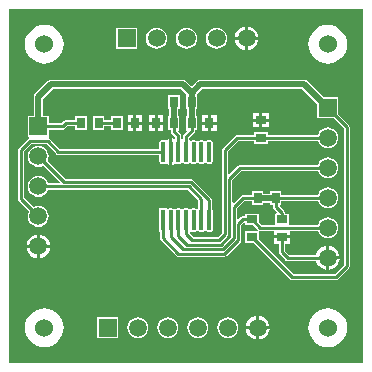
<source format=gtl>
G04*
G04 #@! TF.GenerationSoftware,Altium Limited,Altium Designer,18.0.7 (293)*
G04*
G04 Layer_Physical_Order=1*
G04 Layer_Color=255*
%FSLAX25Y25*%
%MOIN*%
G70*
G01*
G75*
%ADD11C,0.01000*%
%ADD15R,0.02756X0.03543*%
%ADD16R,0.03543X0.02756*%
%ADD17R,0.01575X0.07087*%
%ADD18O,0.01575X0.07087*%
%ADD28C,0.02000*%
%ADD29C,0.06000*%
%ADD30R,0.05906X0.05906*%
%ADD31C,0.05906*%
%ADD32R,0.05906X0.05906*%
%ADD33C,0.02400*%
G36*
X118110D02*
X0D01*
Y118110D01*
X118110D01*
Y0D01*
D02*
G37*
%LPC*%
G36*
X79713Y112189D02*
Y108768D01*
X83134D01*
X83064Y109300D01*
X82665Y110261D01*
X82032Y111087D01*
X81206Y111720D01*
X80244Y112119D01*
X79713Y112189D01*
D02*
G37*
G36*
X78713D02*
X78181Y112119D01*
X77219Y111720D01*
X76394Y111087D01*
X75760Y110261D01*
X75362Y109300D01*
X75292Y108768D01*
X78713D01*
Y112189D01*
D02*
G37*
G36*
X42665Y111721D02*
X35760D01*
Y104815D01*
X42665D01*
Y111721D01*
D02*
G37*
G36*
X69213Y111750D02*
X68311Y111632D01*
X67471Y111284D01*
X66750Y110730D01*
X66197Y110009D01*
X65849Y109169D01*
X65730Y108268D01*
X65849Y107366D01*
X66197Y106526D01*
X66750Y105805D01*
X67471Y105252D01*
X68311Y104904D01*
X69213Y104785D01*
X70114Y104904D01*
X70954Y105252D01*
X71675Y105805D01*
X72229Y106526D01*
X72576Y107366D01*
X72695Y108268D01*
X72576Y109169D01*
X72229Y110009D01*
X71675Y110730D01*
X70954Y111284D01*
X70114Y111632D01*
X69213Y111750D01*
D02*
G37*
G36*
X59213D02*
X58311Y111632D01*
X57471Y111284D01*
X56750Y110730D01*
X56197Y110009D01*
X55849Y109169D01*
X55730Y108268D01*
X55849Y107366D01*
X56197Y106526D01*
X56750Y105805D01*
X57471Y105252D01*
X58311Y104904D01*
X59213Y104785D01*
X60114Y104904D01*
X60954Y105252D01*
X61675Y105805D01*
X62229Y106526D01*
X62577Y107366D01*
X62695Y108268D01*
X62577Y109169D01*
X62229Y110009D01*
X61675Y110730D01*
X60954Y111284D01*
X60114Y111632D01*
X59213Y111750D01*
D02*
G37*
G36*
X49213D02*
X48311Y111632D01*
X47471Y111284D01*
X46750Y110730D01*
X46197Y110009D01*
X45849Y109169D01*
X45730Y108268D01*
X45849Y107366D01*
X46197Y106526D01*
X46750Y105805D01*
X47471Y105252D01*
X48311Y104904D01*
X49213Y104785D01*
X50114Y104904D01*
X50954Y105252D01*
X51675Y105805D01*
X52229Y106526D01*
X52577Y107366D01*
X52695Y108268D01*
X52577Y109169D01*
X52229Y110009D01*
X51675Y110730D01*
X50954Y111284D01*
X50114Y111632D01*
X49213Y111750D01*
D02*
G37*
G36*
X83134Y107768D02*
X79713D01*
Y104347D01*
X80244Y104417D01*
X81206Y104815D01*
X82032Y105449D01*
X82665Y106274D01*
X83064Y107236D01*
X83134Y107768D01*
D02*
G37*
G36*
X78713D02*
X75292D01*
X75362Y107236D01*
X75760Y106274D01*
X76394Y105449D01*
X77219Y104815D01*
X78181Y104417D01*
X78713Y104347D01*
Y107768D01*
D02*
G37*
G36*
X106299Y112736D02*
X105043Y112612D01*
X103836Y112246D01*
X102723Y111651D01*
X101748Y110851D01*
X100947Y109875D01*
X100353Y108762D01*
X99986Y107555D01*
X99863Y106299D01*
X99986Y105043D01*
X100353Y103836D01*
X100947Y102723D01*
X101748Y101748D01*
X102723Y100947D01*
X103836Y100353D01*
X105043Y99986D01*
X106299Y99863D01*
X107555Y99986D01*
X108762Y100353D01*
X109875Y100947D01*
X110851Y101748D01*
X111651Y102723D01*
X112246Y103836D01*
X112612Y105043D01*
X112736Y106299D01*
X112612Y107555D01*
X112246Y108762D01*
X111651Y109875D01*
X110851Y110851D01*
X109875Y111651D01*
X108762Y112246D01*
X107555Y112612D01*
X106299Y112736D01*
D02*
G37*
G36*
X11811D02*
X10555Y112612D01*
X9348Y112246D01*
X8235Y111651D01*
X7260Y110851D01*
X6459Y109875D01*
X5864Y108762D01*
X5498Y107555D01*
X5375Y106299D01*
X5498Y105043D01*
X5864Y103836D01*
X6459Y102723D01*
X7260Y101748D01*
X8235Y100947D01*
X9348Y100353D01*
X10555Y99986D01*
X11811Y99863D01*
X13067Y99986D01*
X14274Y100353D01*
X15387Y100947D01*
X16362Y101748D01*
X17163Y102723D01*
X17758Y103836D01*
X18124Y105043D01*
X18248Y106299D01*
X18124Y107555D01*
X17758Y108762D01*
X17163Y109875D01*
X16362Y110851D01*
X15387Y111651D01*
X14274Y112246D01*
X13067Y112612D01*
X11811Y112736D01*
D02*
G37*
G36*
X86772Y83331D02*
X84500D01*
Y81453D01*
X86772D01*
Y83331D01*
D02*
G37*
G36*
X83500D02*
X81228D01*
Y81453D01*
X83500D01*
Y83331D01*
D02*
G37*
G36*
X51472Y82772D02*
X49595D01*
Y80500D01*
X51472D01*
Y82772D01*
D02*
G37*
G36*
X69236D02*
X67358D01*
Y80500D01*
X69236D01*
Y82772D01*
D02*
G37*
G36*
X66358D02*
X64480D01*
Y80500D01*
X66358D01*
Y82772D01*
D02*
G37*
G36*
X48594D02*
X46716D01*
Y80500D01*
X48594D01*
Y82772D01*
D02*
G37*
G36*
X44331Y82772D02*
X42453D01*
Y80500D01*
X44331D01*
Y82772D01*
D02*
G37*
G36*
X41453D02*
X39575D01*
Y80500D01*
X41453D01*
Y82772D01*
D02*
G37*
G36*
X86772Y80453D02*
X84500D01*
Y78575D01*
X86772D01*
Y80453D01*
D02*
G37*
G36*
X83500D02*
X81228D01*
Y78575D01*
X83500D01*
Y80453D01*
D02*
G37*
G36*
X31831Y82272D02*
X28075D01*
Y77728D01*
X31831D01*
Y78980D01*
X34169D01*
Y77728D01*
X37925D01*
Y82272D01*
X34169D01*
Y81020D01*
X31831D01*
Y82272D01*
D02*
G37*
G36*
X69236Y79500D02*
X67358D01*
Y77228D01*
X69236D01*
Y79500D01*
D02*
G37*
G36*
X66358D02*
X64480D01*
Y77228D01*
X66358D01*
Y79500D01*
D02*
G37*
G36*
X51472D02*
X49595D01*
Y77228D01*
X51472D01*
Y79500D01*
D02*
G37*
G36*
X48594D02*
X46716D01*
Y77228D01*
X48594D01*
Y79500D01*
D02*
G37*
G36*
X44331Y79500D02*
X42453D01*
Y77228D01*
X44331D01*
Y79500D01*
D02*
G37*
G36*
X41453D02*
X39575D01*
Y77228D01*
X41453D01*
Y79500D01*
D02*
G37*
G36*
X58000Y94529D02*
X14000D01*
X13415Y94413D01*
X12919Y94081D01*
X8761Y89924D01*
X8430Y89428D01*
X8313Y88842D01*
Y82350D01*
X6390D01*
Y75445D01*
X6575D01*
X6624Y74945D01*
X6610Y74942D01*
X6279Y74721D01*
X3279Y71721D01*
X3058Y71390D01*
X2980Y71000D01*
Y54740D01*
X3058Y54350D01*
X3279Y54019D01*
X6778Y50521D01*
X6479Y49799D01*
X6360Y48898D01*
X6479Y47996D01*
X6827Y47156D01*
X7380Y46435D01*
X8101Y45882D01*
X8941Y45534D01*
X9843Y45415D01*
X10744Y45534D01*
X11584Y45882D01*
X12305Y46435D01*
X12858Y47156D01*
X13206Y47996D01*
X13325Y48898D01*
X13206Y49799D01*
X12858Y50639D01*
X12305Y51360D01*
X11584Y51914D01*
X10744Y52262D01*
X9843Y52380D01*
X8941Y52262D01*
X8219Y51963D01*
X5020Y55163D01*
Y70578D01*
X7422Y72980D01*
X12578D01*
X15807Y69752D01*
X16137Y69530D01*
X16527Y69453D01*
X50065D01*
Y67716D01*
X50165Y67214D01*
X50450Y66788D01*
X50876Y66504D01*
X51378Y66404D01*
X51880Y66504D01*
X51960Y66557D01*
X52635Y66448D01*
X52648Y66428D01*
X53240Y66033D01*
X53437Y65994D01*
Y70473D01*
Y74951D01*
X53240Y74912D01*
X52648Y74517D01*
X52635Y74496D01*
X51960Y74388D01*
X51880Y74441D01*
X51378Y74541D01*
X50876Y74441D01*
X50450Y74156D01*
X50165Y73731D01*
X50065Y73228D01*
Y71492D01*
X16950D01*
X13721Y74721D01*
X13390Y74942D01*
X13321Y74956D01*
X13295Y75445D01*
X13295D01*
Y77878D01*
X17898D01*
X18288Y77956D01*
X18619Y78177D01*
X19422Y78980D01*
X22169D01*
Y77728D01*
X25925D01*
Y82272D01*
X22169D01*
Y81020D01*
X19000D01*
X18610Y80942D01*
X18279Y80721D01*
X17475Y79917D01*
X13295D01*
Y82350D01*
X11372D01*
Y88209D01*
X14634Y91471D01*
X57367D01*
X59068Y89769D01*
X59075Y89272D01*
X59075D01*
Y84728D01*
X59423D01*
Y82272D01*
X59075D01*
Y77728D01*
X59098D01*
X59289Y77266D01*
X58334Y76311D01*
X58113Y75981D01*
X58035Y75590D01*
Y74695D01*
X57776Y74545D01*
X57516Y74695D01*
Y75787D01*
X57438Y76178D01*
X57217Y76508D01*
X56497Y77228D01*
X56704Y77728D01*
X56878D01*
Y82272D01*
X56529D01*
Y84728D01*
X56925D01*
Y89272D01*
X53169D01*
Y84728D01*
X53471D01*
Y82272D01*
X53122D01*
Y77728D01*
X54028D01*
Y77236D01*
X54105Y76846D01*
X54326Y76515D01*
X55431Y75410D01*
X55386Y74902D01*
X54976Y74683D01*
X54634Y74912D01*
X54437Y74951D01*
Y70473D01*
Y65994D01*
X54634Y66033D01*
X55226Y66428D01*
X55239Y66448D01*
X55914Y66557D01*
X55994Y66504D01*
X56496Y66404D01*
X56998Y66504D01*
X57424Y66788D01*
X57475Y66864D01*
X58076D01*
X58127Y66788D01*
X58553Y66504D01*
X59055Y66404D01*
X59557Y66504D01*
X59983Y66788D01*
X60034Y66864D01*
X60635D01*
X60686Y66788D01*
X61112Y66504D01*
X61614Y66404D01*
X62116Y66504D01*
X62542Y66788D01*
X62593Y66864D01*
X63194D01*
X63245Y66788D01*
X63671Y66504D01*
X64173Y66404D01*
X64676Y66504D01*
X65101Y66788D01*
X65152Y66864D01*
X65753D01*
X65804Y66788D01*
X66230Y66504D01*
X66732Y66404D01*
X67235Y66504D01*
X67660Y66788D01*
X67945Y67214D01*
X68045Y67716D01*
Y73228D01*
X67945Y73731D01*
X67660Y74156D01*
X67235Y74441D01*
X66732Y74541D01*
X66230Y74441D01*
X65804Y74156D01*
X65753Y74081D01*
X65152D01*
X65101Y74156D01*
X64676Y74441D01*
X64173Y74541D01*
X63671Y74441D01*
X63245Y74156D01*
X63194Y74081D01*
X62593D01*
X62542Y74156D01*
X62116Y74441D01*
X61614Y74541D01*
X61112Y74441D01*
X60686Y74156D01*
X60215Y74335D01*
X60075Y74447D01*
Y75168D01*
X61674Y76767D01*
X61895Y77098D01*
X61972Y77488D01*
Y77728D01*
X62831D01*
Y82272D01*
X62482D01*
Y84728D01*
X62831D01*
Y89272D01*
X62831D01*
X62837Y89769D01*
X64452Y91384D01*
X97870D01*
X102847Y86408D01*
Y81665D01*
X108310D01*
X111579Y78397D01*
Y32706D01*
X108633Y29760D01*
X94729D01*
X83272Y41217D01*
X83272Y43571D01*
X83272Y43736D01*
X83453Y43907D01*
Y43907D01*
X83453Y43907D01*
X83453D01*
X83879Y44098D01*
X88228D01*
Y42547D01*
X91000D01*
X93772D01*
Y44098D01*
X102984D01*
X103283Y43377D01*
X103837Y42656D01*
X104558Y42102D01*
X105398Y41754D01*
X106299Y41636D01*
X107201Y41754D01*
X108040Y42102D01*
X108762Y42656D01*
X109315Y43377D01*
X109663Y44217D01*
X109782Y45118D01*
X109663Y46020D01*
X109315Y46859D01*
X108762Y47581D01*
X108040Y48134D01*
X107201Y48482D01*
X106299Y48601D01*
X105398Y48482D01*
X104558Y48134D01*
X103837Y47581D01*
X103283Y46859D01*
X102984Y46138D01*
X93272D01*
Y49831D01*
X92020D01*
Y50000D01*
X91942Y50390D01*
X91721Y50721D01*
X90214Y52228D01*
X90421Y52728D01*
X90784D01*
Y53980D01*
X103033D01*
X103283Y53377D01*
X103837Y52656D01*
X104558Y52102D01*
X105398Y51754D01*
X106299Y51636D01*
X107201Y51754D01*
X108040Y52102D01*
X108762Y52656D01*
X109315Y53377D01*
X109663Y54217D01*
X109782Y55118D01*
X109663Y56020D01*
X109315Y56859D01*
X108762Y57581D01*
X108040Y58134D01*
X107201Y58482D01*
X106299Y58601D01*
X105398Y58482D01*
X104558Y58134D01*
X103837Y57581D01*
X103283Y56859D01*
X102935Y56020D01*
X90784D01*
Y57272D01*
X87028D01*
Y56529D01*
X84878D01*
Y57272D01*
X81122D01*
Y56020D01*
X78000D01*
X77610Y55942D01*
X77279Y55721D01*
X74981Y53424D01*
X74520Y53615D01*
Y61078D01*
X77540Y64099D01*
X102984D01*
X103283Y63377D01*
X103837Y62656D01*
X104558Y62102D01*
X105398Y61754D01*
X106299Y61636D01*
X107201Y61754D01*
X108040Y62102D01*
X108762Y62656D01*
X109315Y63377D01*
X109663Y64217D01*
X109782Y65118D01*
X109663Y66019D01*
X109315Y66859D01*
X108762Y67581D01*
X108040Y68134D01*
X107201Y68482D01*
X106299Y68601D01*
X105398Y68482D01*
X104558Y68134D01*
X103837Y67581D01*
X103283Y66859D01*
X102984Y66138D01*
X77118D01*
X76728Y66060D01*
X76397Y65839D01*
X73482Y62924D01*
X73020Y63115D01*
Y70578D01*
X76540Y74098D01*
X81728D01*
Y73169D01*
X86272D01*
Y74098D01*
X102984D01*
X103283Y73377D01*
X103837Y72656D01*
X104558Y72102D01*
X105398Y71754D01*
X106299Y71636D01*
X107201Y71754D01*
X108040Y72102D01*
X108762Y72656D01*
X109315Y73377D01*
X109663Y74217D01*
X109782Y75118D01*
X109663Y76020D01*
X109315Y76859D01*
X108762Y77581D01*
X108040Y78134D01*
X107201Y78482D01*
X106299Y78601D01*
X105398Y78482D01*
X104558Y78134D01*
X103837Y77581D01*
X103283Y76859D01*
X102984Y76138D01*
X86272D01*
Y76925D01*
X81728D01*
Y76138D01*
X76118D01*
X75728Y76060D01*
X75397Y75839D01*
X71279Y71721D01*
X71058Y71390D01*
X70980Y71000D01*
Y43422D01*
X69578Y42020D01*
X61422D01*
X60218Y43224D01*
X60242Y43786D01*
X60686Y43954D01*
X61112Y43669D01*
X61614Y43569D01*
X62116Y43669D01*
X62542Y43954D01*
X62593Y44030D01*
X63194D01*
X63245Y43954D01*
X63671Y43669D01*
X64173Y43569D01*
X64676Y43669D01*
X65101Y43954D01*
X65152Y44030D01*
X65753D01*
X65804Y43954D01*
X66230Y43669D01*
X66732Y43569D01*
X67235Y43669D01*
X67660Y43954D01*
X67945Y44380D01*
X68045Y44882D01*
Y50394D01*
X67945Y50896D01*
X67752Y51185D01*
Y54268D01*
X67674Y54658D01*
X67453Y54989D01*
X61323Y61119D01*
X60992Y61340D01*
X60602Y61417D01*
X18765D01*
X12908Y67275D01*
X13206Y67996D01*
X13325Y68898D01*
X13206Y69799D01*
X12858Y70639D01*
X12305Y71360D01*
X11584Y71914D01*
X10744Y72262D01*
X9843Y72380D01*
X8941Y72262D01*
X8101Y71914D01*
X7380Y71360D01*
X6827Y70639D01*
X6479Y69799D01*
X6360Y68898D01*
X6479Y67996D01*
X6827Y67156D01*
X7380Y66435D01*
X8101Y65882D01*
X8941Y65534D01*
X9843Y65415D01*
X10744Y65534D01*
X11466Y65833D01*
X16919Y60379D01*
X16728Y59917D01*
X13157D01*
X12858Y60639D01*
X12305Y61360D01*
X11584Y61914D01*
X10744Y62261D01*
X9843Y62380D01*
X8941Y62261D01*
X8101Y61914D01*
X7380Y61360D01*
X6827Y60639D01*
X6479Y59799D01*
X6360Y58898D01*
X6479Y57996D01*
X6827Y57156D01*
X7380Y56435D01*
X8101Y55882D01*
X8941Y55534D01*
X9843Y55415D01*
X10744Y55534D01*
X11584Y55882D01*
X12305Y56435D01*
X12858Y57156D01*
X13157Y57878D01*
X59559D01*
X63154Y54283D01*
Y51612D01*
X63013Y51500D01*
X62542Y51322D01*
X62116Y51606D01*
X61614Y51706D01*
X61112Y51606D01*
X60686Y51322D01*
X60635Y51246D01*
X60034D01*
X59983Y51322D01*
X59557Y51606D01*
X59055Y51706D01*
X58553Y51606D01*
X58127Y51322D01*
X58076Y51246D01*
X57475D01*
X57424Y51322D01*
X56998Y51606D01*
X56496Y51706D01*
X55994Y51606D01*
X55568Y51322D01*
X55517Y51246D01*
X54916D01*
X54865Y51322D01*
X54439Y51606D01*
X53937Y51706D01*
X53435Y51606D01*
X53165Y51426D01*
X52682Y51632D01*
X52665Y51648D01*
Y51681D01*
X50090D01*
Y43595D01*
X50358D01*
Y41622D01*
X50436Y41232D01*
X50657Y40901D01*
X55779Y35779D01*
X56110Y35558D01*
X56500Y35480D01*
X71864D01*
X72254Y35558D01*
X72585Y35779D01*
X77221Y40415D01*
X77442Y40746D01*
X77520Y41136D01*
Y46078D01*
X78228Y46786D01*
X78728Y46579D01*
Y46075D01*
X81436D01*
X82869Y44642D01*
X83031Y44197D01*
X82920Y43925D01*
X82850Y43925D01*
X82850Y43925D01*
X82850Y43925D01*
X78728D01*
Y40169D01*
X81436D01*
X93586Y28019D01*
X93917Y27798D01*
X94307Y27721D01*
X109055D01*
X109445Y27798D01*
X109776Y28019D01*
X113319Y31563D01*
X113540Y31893D01*
X113618Y32283D01*
Y78819D01*
X113540Y79209D01*
X113319Y79540D01*
X109752Y83107D01*
Y88571D01*
X105009D01*
X99585Y93995D01*
X99089Y94326D01*
X98504Y94443D01*
X63819D01*
X63234Y94326D01*
X62738Y93995D01*
X60953Y92210D01*
X59081Y94081D01*
X58585Y94413D01*
X58000Y94529D01*
D02*
G37*
G36*
X10343Y42819D02*
Y39398D01*
X13764D01*
X13693Y39930D01*
X13295Y40891D01*
X12662Y41717D01*
X11836Y42350D01*
X10874Y42749D01*
X10343Y42819D01*
D02*
G37*
G36*
X9342D02*
X8811Y42749D01*
X7849Y42350D01*
X7023Y41717D01*
X6390Y40891D01*
X5991Y39930D01*
X5922Y39398D01*
X9342D01*
Y42819D01*
D02*
G37*
G36*
X106799Y39039D02*
Y35618D01*
X110220D01*
X110150Y36150D01*
X109752Y37111D01*
X109118Y37937D01*
X108293Y38571D01*
X107331Y38969D01*
X106799Y39039D01*
D02*
G37*
G36*
X13764Y38398D02*
X10343D01*
Y34977D01*
X10874Y35047D01*
X11836Y35445D01*
X12662Y36079D01*
X13295Y36904D01*
X13693Y37866D01*
X13764Y38398D01*
D02*
G37*
G36*
X9342D02*
X5922D01*
X5991Y37866D01*
X6390Y36904D01*
X7023Y36079D01*
X7849Y35445D01*
X8811Y35047D01*
X9342Y34977D01*
Y38398D01*
D02*
G37*
G36*
X110220Y34618D02*
X106799D01*
Y31197D01*
X107331Y31267D01*
X108293Y31665D01*
X109118Y32299D01*
X109752Y33125D01*
X110150Y34086D01*
X110220Y34618D01*
D02*
G37*
G36*
X93772Y41547D02*
X91000D01*
X88228D01*
Y39669D01*
X89980D01*
Y37000D01*
X90058Y36610D01*
X90279Y36279D01*
X92161Y34397D01*
X92492Y34176D01*
X92882Y34099D01*
X102447D01*
X102448Y34086D01*
X102847Y33125D01*
X103480Y32299D01*
X104306Y31665D01*
X105267Y31267D01*
X105799Y31197D01*
Y35118D01*
Y39039D01*
X105267Y38969D01*
X104306Y38571D01*
X103480Y37937D01*
X102847Y37111D01*
X102448Y36150D01*
X102447Y36138D01*
X93304D01*
X92020Y37422D01*
Y39669D01*
X93772D01*
Y41547D01*
D02*
G37*
G36*
X83492Y15732D02*
Y12311D01*
X86913D01*
X86843Y12843D01*
X86445Y13804D01*
X85811Y14630D01*
X84986Y15264D01*
X84024Y15662D01*
X83492Y15732D01*
D02*
G37*
G36*
X82492D02*
X81960Y15662D01*
X80999Y15264D01*
X80173Y14630D01*
X79539Y13804D01*
X79141Y12843D01*
X79071Y12311D01*
X82492D01*
Y15732D01*
D02*
G37*
G36*
X36445Y15264D02*
X29539D01*
Y8358D01*
X36445D01*
Y15264D01*
D02*
G37*
G36*
X72992Y15294D02*
X72091Y15175D01*
X71251Y14827D01*
X70530Y14274D01*
X69976Y13552D01*
X69628Y12712D01*
X69510Y11811D01*
X69628Y10910D01*
X69976Y10070D01*
X70530Y9348D01*
X71251Y8795D01*
X72091Y8447D01*
X72992Y8328D01*
X73893Y8447D01*
X74733Y8795D01*
X75455Y9348D01*
X76008Y10070D01*
X76356Y10910D01*
X76475Y11811D01*
X76356Y12712D01*
X76008Y13552D01*
X75455Y14274D01*
X74733Y14827D01*
X73893Y15175D01*
X72992Y15294D01*
D02*
G37*
G36*
X62992D02*
X62091Y15175D01*
X61251Y14827D01*
X60530Y14274D01*
X59976Y13552D01*
X59628Y12712D01*
X59510Y11811D01*
X59628Y10910D01*
X59976Y10070D01*
X60530Y9348D01*
X61251Y8795D01*
X62091Y8447D01*
X62992Y8328D01*
X63894Y8447D01*
X64733Y8795D01*
X65455Y9348D01*
X66008Y10070D01*
X66356Y10910D01*
X66475Y11811D01*
X66356Y12712D01*
X66008Y13552D01*
X65455Y14274D01*
X64733Y14827D01*
X63894Y15175D01*
X62992Y15294D01*
D02*
G37*
G36*
X52992D02*
X52091Y15175D01*
X51251Y14827D01*
X50530Y14274D01*
X49976Y13552D01*
X49628Y12712D01*
X49510Y11811D01*
X49628Y10910D01*
X49976Y10070D01*
X50530Y9348D01*
X51251Y8795D01*
X52091Y8447D01*
X52992Y8328D01*
X53894Y8447D01*
X54733Y8795D01*
X55455Y9348D01*
X56008Y10070D01*
X56356Y10910D01*
X56475Y11811D01*
X56356Y12712D01*
X56008Y13552D01*
X55455Y14274D01*
X54733Y14827D01*
X53894Y15175D01*
X52992Y15294D01*
D02*
G37*
G36*
X42992D02*
X42091Y15175D01*
X41251Y14827D01*
X40530Y14274D01*
X39976Y13552D01*
X39628Y12712D01*
X39510Y11811D01*
X39628Y10910D01*
X39976Y10070D01*
X40530Y9348D01*
X41251Y8795D01*
X42091Y8447D01*
X42992Y8328D01*
X43894Y8447D01*
X44733Y8795D01*
X45455Y9348D01*
X46008Y10070D01*
X46356Y10910D01*
X46475Y11811D01*
X46356Y12712D01*
X46008Y13552D01*
X45455Y14274D01*
X44733Y14827D01*
X43894Y15175D01*
X42992Y15294D01*
D02*
G37*
G36*
X86913Y11311D02*
X83492D01*
Y7890D01*
X84024Y7960D01*
X84986Y8358D01*
X85811Y8992D01*
X86445Y9818D01*
X86843Y10779D01*
X86913Y11311D01*
D02*
G37*
G36*
X82492D02*
X79071D01*
X79141Y10779D01*
X79539Y9818D01*
X80173Y8992D01*
X80999Y8358D01*
X81960Y7960D01*
X82492Y7890D01*
Y11311D01*
D02*
G37*
G36*
X106299Y18248D02*
X105043Y18124D01*
X103836Y17758D01*
X102723Y17163D01*
X101748Y16362D01*
X100947Y15387D01*
X100353Y14274D01*
X99986Y13067D01*
X99863Y11811D01*
X99986Y10555D01*
X100353Y9348D01*
X100947Y8235D01*
X101748Y7260D01*
X102723Y6459D01*
X103836Y5864D01*
X105043Y5498D01*
X106299Y5375D01*
X107555Y5498D01*
X108762Y5864D01*
X109875Y6459D01*
X110851Y7260D01*
X111651Y8235D01*
X112246Y9348D01*
X112612Y10555D01*
X112736Y11811D01*
X112612Y13067D01*
X112246Y14274D01*
X111651Y15387D01*
X110851Y16362D01*
X109875Y17163D01*
X108762Y17758D01*
X107555Y18124D01*
X106299Y18248D01*
D02*
G37*
G36*
X11811D02*
X10555Y18124D01*
X9348Y17758D01*
X8235Y17163D01*
X7260Y16362D01*
X6459Y15387D01*
X5864Y14274D01*
X5498Y13067D01*
X5375Y11811D01*
X5498Y10555D01*
X5864Y9348D01*
X6459Y8235D01*
X7260Y7260D01*
X8235Y6459D01*
X9348Y5864D01*
X10555Y5498D01*
X11811Y5375D01*
X13067Y5498D01*
X14274Y5864D01*
X15387Y6459D01*
X16362Y7260D01*
X17163Y8235D01*
X17758Y9348D01*
X18124Y10555D01*
X18248Y11811D01*
X18124Y13067D01*
X17758Y14274D01*
X17163Y15387D01*
X16362Y16362D01*
X15387Y17163D01*
X14274Y17758D01*
X13067Y18124D01*
X11811Y18248D01*
D02*
G37*
%LPD*%
G36*
X81122Y52728D02*
X84878D01*
Y53471D01*
X87028D01*
Y52728D01*
X87886D01*
Y52095D01*
X87963Y51704D01*
X88185Y51373D01*
X89265Y50293D01*
X89074Y49831D01*
X88728D01*
Y46138D01*
X84257D01*
X83272Y47123D01*
Y49831D01*
X78728D01*
Y48972D01*
X77953D01*
X77563Y48895D01*
X77232Y48674D01*
X76481Y47923D01*
X76020Y48115D01*
Y51578D01*
X78422Y53980D01*
X81122D01*
Y52728D01*
D02*
G37*
D11*
X94307Y28740D02*
X109055D01*
X81000Y42047D02*
X94307Y28740D01*
X112598Y32283D02*
Y78819D01*
X109055Y28740D02*
X112598Y32283D01*
X106299Y85118D02*
X112598Y78819D01*
X55000Y80000D02*
X55047Y79953D01*
Y77236D02*
Y79953D01*
Y77236D02*
X56496Y75787D01*
X59055Y75590D02*
X60953Y77488D01*
X59055Y70473D02*
Y75590D01*
X60953Y77488D02*
Y80000D01*
X36047Y80000D02*
X36047Y80000D01*
X29953Y80000D02*
X36047D01*
X17898Y78898D02*
X19000Y80000D01*
X9843Y78898D02*
X17898D01*
X19000Y80000D02*
X24047D01*
X92882Y35118D02*
X106299D01*
X91000Y37000D02*
X92882Y35118D01*
X91000Y37000D02*
Y42047D01*
Y47953D02*
Y50000D01*
X88906Y52095D02*
X91000Y50000D01*
X88906Y52095D02*
Y55000D01*
X83835Y45118D02*
X106299D01*
X81000Y47953D02*
X83835Y45118D01*
X77953Y47953D02*
X81000D01*
X76500Y46500D02*
X77953Y47953D01*
X76500Y41136D02*
Y46500D01*
X56500Y36500D02*
X71864D01*
X76500Y41136D01*
X51378Y41622D02*
X56500Y36500D01*
X75000Y52000D02*
X78000Y55000D01*
X75000Y41757D02*
Y52000D01*
X71243Y38000D02*
X75000Y41757D01*
X51378Y41622D02*
Y47638D01*
X58000Y38000D02*
X71243D01*
X53937Y42063D02*
X58000Y38000D01*
X76118Y75118D02*
X106299D01*
X72000Y71000D02*
X76118Y75118D01*
X72000Y43000D02*
Y71000D01*
X73500Y42379D02*
Y61500D01*
X77118Y65118D01*
X59500Y39500D02*
X70621D01*
X73500Y42379D01*
X56496Y42504D02*
X59500Y39500D01*
X70000Y41000D02*
X72000Y43000D01*
X61000Y41000D02*
X70000D01*
X59055Y42945D02*
X61000Y41000D01*
X59055Y42945D02*
Y47638D01*
X106181Y55000D02*
X106299Y55118D01*
X88906Y55000D02*
X106181D01*
X78000D02*
X83000D01*
X53937Y42063D02*
Y47638D01*
X77118Y65118D02*
X106299D01*
X56496Y42504D02*
Y47638D01*
X16527Y70473D02*
X51378D01*
X13000Y74000D02*
X16527Y70473D01*
X7000Y74000D02*
X13000D01*
X4000Y71000D02*
X7000Y74000D01*
X4000Y54740D02*
Y71000D01*
Y54740D02*
X9843Y48898D01*
X64173Y47638D02*
Y54705D01*
X59981Y58898D02*
X64173Y54705D01*
X9843Y58898D02*
X59981D01*
X60602Y60398D02*
X66732Y54268D01*
Y47638D02*
Y54268D01*
X18342Y60398D02*
X60602D01*
X9843Y68898D02*
X18342Y60398D01*
X56496Y70473D02*
Y75787D01*
D15*
X83000Y55000D02*
D03*
X88906D02*
D03*
X60953Y80000D02*
D03*
X66858D02*
D03*
X55000D02*
D03*
X49095D02*
D03*
X36047Y80000D02*
D03*
X41953D02*
D03*
X24047Y80000D02*
D03*
X29953D02*
D03*
X55047Y87000D02*
D03*
X60953D02*
D03*
D16*
X84000Y80953D02*
D03*
Y75047D02*
D03*
X91000Y42047D02*
D03*
Y47953D02*
D03*
X81000Y47953D02*
D03*
Y42047D02*
D03*
D17*
X51378Y47638D02*
D03*
D18*
X53937D02*
D03*
X56496D02*
D03*
X59055D02*
D03*
X61614D02*
D03*
X64173D02*
D03*
X66732D02*
D03*
X51378Y70473D02*
D03*
X53937D02*
D03*
X56496D02*
D03*
X59055D02*
D03*
X61614D02*
D03*
X64173D02*
D03*
X66732D02*
D03*
D28*
X83000Y55000D02*
X88906D01*
X60953Y90047D02*
X63819Y92913D01*
X98504D01*
X106299Y85118D01*
X55000Y86953D02*
X55047Y87000D01*
X55000Y80000D02*
Y86953D01*
X60953Y87000D02*
Y90047D01*
X58000Y93000D02*
X60953Y90047D01*
X14000Y93000D02*
X58000D01*
X9843Y88842D02*
X14000Y93000D01*
X9843Y78898D02*
Y88842D01*
X60953Y80000D02*
Y87000D01*
D29*
X11811Y106299D02*
D03*
X106299D02*
D03*
Y11811D02*
D03*
X11811D02*
D03*
D30*
X39213Y108268D02*
D03*
X32992Y11811D02*
D03*
D31*
X49213Y108268D02*
D03*
X59213D02*
D03*
X69213D02*
D03*
X79213D02*
D03*
X42992Y11811D02*
D03*
X52992D02*
D03*
X62992D02*
D03*
X72992D02*
D03*
X82992D02*
D03*
X106299Y35118D02*
D03*
Y45118D02*
D03*
Y55118D02*
D03*
Y65118D02*
D03*
Y75118D02*
D03*
X9843Y38898D02*
D03*
Y48898D02*
D03*
Y58898D02*
D03*
Y68898D02*
D03*
D32*
X106299Y85118D02*
D03*
X9843Y78898D02*
D03*
D33*
X43307Y88583D02*
D03*
X31496Y35433D02*
D03*
Y51181D02*
D03*
X84646Y86614D02*
D03*
X66929D02*
D03*
X70866Y74803D02*
D03*
X29528D02*
D03*
M02*

</source>
